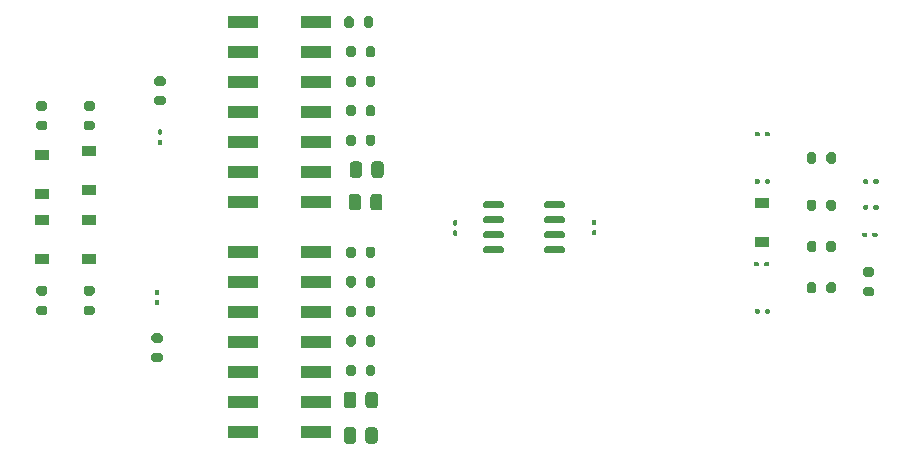
<source format=gbr>
%TF.GenerationSoftware,KiCad,Pcbnew,5.1.10*%
%TF.CreationDate,2021-08-04T12:07:05+02:00*%
%TF.ProjectId,smd-balanced-test,736d642d-6261-46c6-916e-6365642d7465,rev?*%
%TF.SameCoordinates,Original*%
%TF.FileFunction,Paste,Top*%
%TF.FilePolarity,Positive*%
%FSLAX46Y46*%
G04 Gerber Fmt 4.6, Leading zero omitted, Abs format (unit mm)*
G04 Created by KiCad (PCBNEW 5.1.10) date 2021-08-04 12:07:05*
%MOMM*%
%LPD*%
G01*
G04 APERTURE LIST*
%ADD10R,1.200000X0.900000*%
%ADD11R,2.500000X1.140000*%
G04 APERTURE END LIST*
%TO.C,C1*%
G36*
G01*
X107338500Y-52590000D02*
X107338500Y-52410000D01*
G75*
G02*
X107428500Y-52320000I90000J0D01*
G01*
X107706500Y-52320000D01*
G75*
G02*
X107796500Y-52410000I0J-90000D01*
G01*
X107796500Y-52590000D01*
G75*
G02*
X107706500Y-52680000I-90000J0D01*
G01*
X107428500Y-52680000D01*
G75*
G02*
X107338500Y-52590000I0J90000D01*
G01*
G37*
G36*
G01*
X108203500Y-52590000D02*
X108203500Y-52410000D01*
G75*
G02*
X108293500Y-52320000I90000J0D01*
G01*
X108571500Y-52320000D01*
G75*
G02*
X108661500Y-52410000I0J-90000D01*
G01*
X108661500Y-52590000D01*
G75*
G02*
X108571500Y-52680000I-90000J0D01*
G01*
X108293500Y-52680000D01*
G75*
G02*
X108203500Y-52590000I0J90000D01*
G01*
G37*
%TD*%
%TO.C,C2*%
G36*
G01*
X117388500Y-58785000D02*
X117388500Y-58605000D01*
G75*
G02*
X117478500Y-58515000I90000J0D01*
G01*
X117756500Y-58515000D01*
G75*
G02*
X117846500Y-58605000I0J-90000D01*
G01*
X117846500Y-58785000D01*
G75*
G02*
X117756500Y-58875000I-90000J0D01*
G01*
X117478500Y-58875000D01*
G75*
G02*
X117388500Y-58785000I0J90000D01*
G01*
G37*
G36*
G01*
X116523500Y-58785000D02*
X116523500Y-58605000D01*
G75*
G02*
X116613500Y-58515000I90000J0D01*
G01*
X116891500Y-58515000D01*
G75*
G02*
X116981500Y-58605000I0J-90000D01*
G01*
X116981500Y-58785000D01*
G75*
G02*
X116891500Y-58875000I-90000J0D01*
G01*
X116613500Y-58875000D01*
G75*
G02*
X116523500Y-58785000I0J90000D01*
G01*
G37*
%TD*%
%TO.C,C3*%
G36*
G01*
X117295500Y-61090000D02*
X117295500Y-60910000D01*
G75*
G02*
X117385500Y-60820000I90000J0D01*
G01*
X117663500Y-60820000D01*
G75*
G02*
X117753500Y-60910000I0J-90000D01*
G01*
X117753500Y-61090000D01*
G75*
G02*
X117663500Y-61180000I-90000J0D01*
G01*
X117385500Y-61180000D01*
G75*
G02*
X117295500Y-61090000I0J90000D01*
G01*
G37*
G36*
G01*
X116430500Y-61090000D02*
X116430500Y-60910000D01*
G75*
G02*
X116520500Y-60820000I90000J0D01*
G01*
X116798500Y-60820000D01*
G75*
G02*
X116888500Y-60910000I0J-90000D01*
G01*
X116888500Y-61090000D01*
G75*
G02*
X116798500Y-61180000I-90000J0D01*
G01*
X116520500Y-61180000D01*
G75*
G02*
X116430500Y-61090000I0J90000D01*
G01*
G37*
%TD*%
%TO.C,C4*%
G36*
G01*
X108203500Y-56590000D02*
X108203500Y-56410000D01*
G75*
G02*
X108293500Y-56320000I90000J0D01*
G01*
X108571500Y-56320000D01*
G75*
G02*
X108661500Y-56410000I0J-90000D01*
G01*
X108661500Y-56590000D01*
G75*
G02*
X108571500Y-56680000I-90000J0D01*
G01*
X108293500Y-56680000D01*
G75*
G02*
X108203500Y-56590000I0J90000D01*
G01*
G37*
G36*
G01*
X107338500Y-56590000D02*
X107338500Y-56410000D01*
G75*
G02*
X107428500Y-56320000I90000J0D01*
G01*
X107706500Y-56320000D01*
G75*
G02*
X107796500Y-56410000I0J-90000D01*
G01*
X107796500Y-56590000D01*
G75*
G02*
X107706500Y-56680000I-90000J0D01*
G01*
X107428500Y-56680000D01*
G75*
G02*
X107338500Y-56590000I0J90000D01*
G01*
G37*
%TD*%
%TO.C,C5*%
G36*
G01*
X107270500Y-63590000D02*
X107270500Y-63410000D01*
G75*
G02*
X107360500Y-63320000I90000J0D01*
G01*
X107638500Y-63320000D01*
G75*
G02*
X107728500Y-63410000I0J-90000D01*
G01*
X107728500Y-63590000D01*
G75*
G02*
X107638500Y-63680000I-90000J0D01*
G01*
X107360500Y-63680000D01*
G75*
G02*
X107270500Y-63590000I0J90000D01*
G01*
G37*
G36*
G01*
X108135500Y-63590000D02*
X108135500Y-63410000D01*
G75*
G02*
X108225500Y-63320000I90000J0D01*
G01*
X108503500Y-63320000D01*
G75*
G02*
X108593500Y-63410000I0J-90000D01*
G01*
X108593500Y-63590000D01*
G75*
G02*
X108503500Y-63680000I-90000J0D01*
G01*
X108225500Y-63680000D01*
G75*
G02*
X108135500Y-63590000I0J90000D01*
G01*
G37*
%TD*%
%TO.C,C6*%
G36*
G01*
X57090000Y-53411500D02*
X56910000Y-53411500D01*
G75*
G02*
X56820000Y-53321500I0J90000D01*
G01*
X56820000Y-53043500D01*
G75*
G02*
X56910000Y-52953500I90000J0D01*
G01*
X57090000Y-52953500D01*
G75*
G02*
X57180000Y-53043500I0J-90000D01*
G01*
X57180000Y-53321500D01*
G75*
G02*
X57090000Y-53411500I-90000J0D01*
G01*
G37*
G36*
G01*
X57090000Y-52546500D02*
X56910000Y-52546500D01*
G75*
G02*
X56820000Y-52456500I0J90000D01*
G01*
X56820000Y-52178500D01*
G75*
G02*
X56910000Y-52088500I90000J0D01*
G01*
X57090000Y-52088500D01*
G75*
G02*
X57180000Y-52178500I0J-90000D01*
G01*
X57180000Y-52456500D01*
G75*
G02*
X57090000Y-52546500I-90000J0D01*
G01*
G37*
%TD*%
%TO.C,C7*%
G36*
G01*
X108203500Y-67590000D02*
X108203500Y-67410000D01*
G75*
G02*
X108293500Y-67320000I90000J0D01*
G01*
X108571500Y-67320000D01*
G75*
G02*
X108661500Y-67410000I0J-90000D01*
G01*
X108661500Y-67590000D01*
G75*
G02*
X108571500Y-67680000I-90000J0D01*
G01*
X108293500Y-67680000D01*
G75*
G02*
X108203500Y-67590000I0J90000D01*
G01*
G37*
G36*
G01*
X107338500Y-67590000D02*
X107338500Y-67410000D01*
G75*
G02*
X107428500Y-67320000I90000J0D01*
G01*
X107706500Y-67320000D01*
G75*
G02*
X107796500Y-67410000I0J-90000D01*
G01*
X107796500Y-67590000D01*
G75*
G02*
X107706500Y-67680000I-90000J0D01*
G01*
X107428500Y-67680000D01*
G75*
G02*
X107338500Y-67590000I0J90000D01*
G01*
G37*
%TD*%
%TO.C,C8*%
G36*
G01*
X56660000Y-65656000D02*
X56840000Y-65656000D01*
G75*
G02*
X56930000Y-65746000I0J-90000D01*
G01*
X56930000Y-66024000D01*
G75*
G02*
X56840000Y-66114000I-90000J0D01*
G01*
X56660000Y-66114000D01*
G75*
G02*
X56570000Y-66024000I0J90000D01*
G01*
X56570000Y-65746000D01*
G75*
G02*
X56660000Y-65656000I90000J0D01*
G01*
G37*
G36*
G01*
X56660000Y-66521000D02*
X56840000Y-66521000D01*
G75*
G02*
X56930000Y-66611000I0J-90000D01*
G01*
X56930000Y-66889000D01*
G75*
G02*
X56840000Y-66979000I-90000J0D01*
G01*
X56660000Y-66979000D01*
G75*
G02*
X56570000Y-66889000I0J90000D01*
G01*
X56570000Y-66611000D01*
G75*
G02*
X56660000Y-66521000I90000J0D01*
G01*
G37*
%TD*%
%TO.C,C9*%
G36*
G01*
X117846500Y-56410000D02*
X117846500Y-56590000D01*
G75*
G02*
X117756500Y-56680000I-90000J0D01*
G01*
X117478500Y-56680000D01*
G75*
G02*
X117388500Y-56590000I0J90000D01*
G01*
X117388500Y-56410000D01*
G75*
G02*
X117478500Y-56320000I90000J0D01*
G01*
X117756500Y-56320000D01*
G75*
G02*
X117846500Y-56410000I0J-90000D01*
G01*
G37*
G36*
G01*
X116981500Y-56410000D02*
X116981500Y-56590000D01*
G75*
G02*
X116891500Y-56680000I-90000J0D01*
G01*
X116613500Y-56680000D01*
G75*
G02*
X116523500Y-56590000I0J90000D01*
G01*
X116523500Y-56410000D01*
G75*
G02*
X116613500Y-56320000I90000J0D01*
G01*
X116891500Y-56320000D01*
G75*
G02*
X116981500Y-56410000I0J-90000D01*
G01*
G37*
%TD*%
D10*
%TO.C,D1*%
X108000000Y-61650000D03*
X108000000Y-58350000D03*
%TD*%
%TO.C,D2*%
X51000000Y-57250000D03*
X51000000Y-53950000D03*
%TD*%
%TO.C,D3*%
X51000000Y-59750000D03*
X51000000Y-63050000D03*
%TD*%
%TO.C,D4*%
X47000000Y-54250000D03*
X47000000Y-57550000D03*
%TD*%
%TO.C,D5*%
X47000000Y-63050000D03*
X47000000Y-59750000D03*
%TD*%
%TO.C,R1*%
G36*
G01*
X111775000Y-54775000D02*
X111775000Y-54225000D01*
G75*
G02*
X111975000Y-54025000I200000J0D01*
G01*
X112375000Y-54025000D01*
G75*
G02*
X112575000Y-54225000I0J-200000D01*
G01*
X112575000Y-54775000D01*
G75*
G02*
X112375000Y-54975000I-200000J0D01*
G01*
X111975000Y-54975000D01*
G75*
G02*
X111775000Y-54775000I0J200000D01*
G01*
G37*
G36*
G01*
X113425000Y-54775000D02*
X113425000Y-54225000D01*
G75*
G02*
X113625000Y-54025000I200000J0D01*
G01*
X114025000Y-54025000D01*
G75*
G02*
X114225000Y-54225000I0J-200000D01*
G01*
X114225000Y-54775000D01*
G75*
G02*
X114025000Y-54975000I-200000J0D01*
G01*
X113625000Y-54975000D01*
G75*
G02*
X113425000Y-54775000I0J200000D01*
G01*
G37*
%TD*%
%TO.C,R2*%
G36*
G01*
X75050000Y-42725000D02*
X75050000Y-43275000D01*
G75*
G02*
X74850000Y-43475000I-200000J0D01*
G01*
X74450000Y-43475000D01*
G75*
G02*
X74250000Y-43275000I0J200000D01*
G01*
X74250000Y-42725000D01*
G75*
G02*
X74450000Y-42525000I200000J0D01*
G01*
X74850000Y-42525000D01*
G75*
G02*
X75050000Y-42725000I0J-200000D01*
G01*
G37*
G36*
G01*
X73400000Y-42725000D02*
X73400000Y-43275000D01*
G75*
G02*
X73200000Y-43475000I-200000J0D01*
G01*
X72800000Y-43475000D01*
G75*
G02*
X72600000Y-43275000I0J200000D01*
G01*
X72600000Y-42725000D01*
G75*
G02*
X72800000Y-42525000I200000J0D01*
G01*
X73200000Y-42525000D01*
G75*
G02*
X73400000Y-42725000I0J-200000D01*
G01*
G37*
%TD*%
%TO.C,R3*%
G36*
G01*
X111775000Y-62275000D02*
X111775000Y-61725000D01*
G75*
G02*
X111975000Y-61525000I200000J0D01*
G01*
X112375000Y-61525000D01*
G75*
G02*
X112575000Y-61725000I0J-200000D01*
G01*
X112575000Y-62275000D01*
G75*
G02*
X112375000Y-62475000I-200000J0D01*
G01*
X111975000Y-62475000D01*
G75*
G02*
X111775000Y-62275000I0J200000D01*
G01*
G37*
G36*
G01*
X113425000Y-62275000D02*
X113425000Y-61725000D01*
G75*
G02*
X113625000Y-61525000I200000J0D01*
G01*
X114025000Y-61525000D01*
G75*
G02*
X114225000Y-61725000I0J-200000D01*
G01*
X114225000Y-62275000D01*
G75*
G02*
X114025000Y-62475000I-200000J0D01*
G01*
X113625000Y-62475000D01*
G75*
G02*
X113425000Y-62275000I0J200000D01*
G01*
G37*
%TD*%
%TO.C,R4*%
G36*
G01*
X117275000Y-64575000D02*
X116725000Y-64575000D01*
G75*
G02*
X116525000Y-64375000I0J200000D01*
G01*
X116525000Y-63975000D01*
G75*
G02*
X116725000Y-63775000I200000J0D01*
G01*
X117275000Y-63775000D01*
G75*
G02*
X117475000Y-63975000I0J-200000D01*
G01*
X117475000Y-64375000D01*
G75*
G02*
X117275000Y-64575000I-200000J0D01*
G01*
G37*
G36*
G01*
X117275000Y-66225000D02*
X116725000Y-66225000D01*
G75*
G02*
X116525000Y-66025000I0J200000D01*
G01*
X116525000Y-65625000D01*
G75*
G02*
X116725000Y-65425000I200000J0D01*
G01*
X117275000Y-65425000D01*
G75*
G02*
X117475000Y-65625000I0J-200000D01*
G01*
X117475000Y-66025000D01*
G75*
G02*
X117275000Y-66225000I-200000J0D01*
G01*
G37*
%TD*%
%TO.C,R5*%
G36*
G01*
X113425000Y-58775000D02*
X113425000Y-58225000D01*
G75*
G02*
X113625000Y-58025000I200000J0D01*
G01*
X114025000Y-58025000D01*
G75*
G02*
X114225000Y-58225000I0J-200000D01*
G01*
X114225000Y-58775000D01*
G75*
G02*
X114025000Y-58975000I-200000J0D01*
G01*
X113625000Y-58975000D01*
G75*
G02*
X113425000Y-58775000I0J200000D01*
G01*
G37*
G36*
G01*
X111775000Y-58775000D02*
X111775000Y-58225000D01*
G75*
G02*
X111975000Y-58025000I200000J0D01*
G01*
X112375000Y-58025000D01*
G75*
G02*
X112575000Y-58225000I0J-200000D01*
G01*
X112575000Y-58775000D01*
G75*
G02*
X112375000Y-58975000I-200000J0D01*
G01*
X111975000Y-58975000D01*
G75*
G02*
X111775000Y-58775000I0J200000D01*
G01*
G37*
%TD*%
%TO.C,R6*%
G36*
G01*
X51275000Y-50500000D02*
X50725000Y-50500000D01*
G75*
G02*
X50525000Y-50300000I0J200000D01*
G01*
X50525000Y-49900000D01*
G75*
G02*
X50725000Y-49700000I200000J0D01*
G01*
X51275000Y-49700000D01*
G75*
G02*
X51475000Y-49900000I0J-200000D01*
G01*
X51475000Y-50300000D01*
G75*
G02*
X51275000Y-50500000I-200000J0D01*
G01*
G37*
G36*
G01*
X51275000Y-52150000D02*
X50725000Y-52150000D01*
G75*
G02*
X50525000Y-51950000I0J200000D01*
G01*
X50525000Y-51550000D01*
G75*
G02*
X50725000Y-51350000I200000J0D01*
G01*
X51275000Y-51350000D01*
G75*
G02*
X51475000Y-51550000I0J-200000D01*
G01*
X51475000Y-51950000D01*
G75*
G02*
X51275000Y-52150000I-200000J0D01*
G01*
G37*
%TD*%
%TO.C,R8*%
G36*
G01*
X113425000Y-65775000D02*
X113425000Y-65225000D01*
G75*
G02*
X113625000Y-65025000I200000J0D01*
G01*
X114025000Y-65025000D01*
G75*
G02*
X114225000Y-65225000I0J-200000D01*
G01*
X114225000Y-65775000D01*
G75*
G02*
X114025000Y-65975000I-200000J0D01*
G01*
X113625000Y-65975000D01*
G75*
G02*
X113425000Y-65775000I0J200000D01*
G01*
G37*
G36*
G01*
X111775000Y-65775000D02*
X111775000Y-65225000D01*
G75*
G02*
X111975000Y-65025000I200000J0D01*
G01*
X112375000Y-65025000D01*
G75*
G02*
X112575000Y-65225000I0J-200000D01*
G01*
X112575000Y-65775000D01*
G75*
G02*
X112375000Y-65975000I-200000J0D01*
G01*
X111975000Y-65975000D01*
G75*
G02*
X111775000Y-65775000I0J200000D01*
G01*
G37*
%TD*%
%TO.C,R9*%
G36*
G01*
X57275000Y-48400000D02*
X56725000Y-48400000D01*
G75*
G02*
X56525000Y-48200000I0J200000D01*
G01*
X56525000Y-47800000D01*
G75*
G02*
X56725000Y-47600000I200000J0D01*
G01*
X57275000Y-47600000D01*
G75*
G02*
X57475000Y-47800000I0J-200000D01*
G01*
X57475000Y-48200000D01*
G75*
G02*
X57275000Y-48400000I-200000J0D01*
G01*
G37*
G36*
G01*
X57275000Y-50050000D02*
X56725000Y-50050000D01*
G75*
G02*
X56525000Y-49850000I0J200000D01*
G01*
X56525000Y-49450000D01*
G75*
G02*
X56725000Y-49250000I200000J0D01*
G01*
X57275000Y-49250000D01*
G75*
G02*
X57475000Y-49450000I0J-200000D01*
G01*
X57475000Y-49850000D01*
G75*
G02*
X57275000Y-50050000I-200000J0D01*
G01*
G37*
%TD*%
%TO.C,R10*%
G36*
G01*
X51275000Y-67800000D02*
X50725000Y-67800000D01*
G75*
G02*
X50525000Y-67600000I0J200000D01*
G01*
X50525000Y-67200000D01*
G75*
G02*
X50725000Y-67000000I200000J0D01*
G01*
X51275000Y-67000000D01*
G75*
G02*
X51475000Y-67200000I0J-200000D01*
G01*
X51475000Y-67600000D01*
G75*
G02*
X51275000Y-67800000I-200000J0D01*
G01*
G37*
G36*
G01*
X51275000Y-66150000D02*
X50725000Y-66150000D01*
G75*
G02*
X50525000Y-65950000I0J200000D01*
G01*
X50525000Y-65550000D01*
G75*
G02*
X50725000Y-65350000I200000J0D01*
G01*
X51275000Y-65350000D01*
G75*
G02*
X51475000Y-65550000I0J-200000D01*
G01*
X51475000Y-65950000D01*
G75*
G02*
X51275000Y-66150000I-200000J0D01*
G01*
G37*
%TD*%
%TO.C,R11*%
G36*
G01*
X46725000Y-49700000D02*
X47275000Y-49700000D01*
G75*
G02*
X47475000Y-49900000I0J-200000D01*
G01*
X47475000Y-50300000D01*
G75*
G02*
X47275000Y-50500000I-200000J0D01*
G01*
X46725000Y-50500000D01*
G75*
G02*
X46525000Y-50300000I0J200000D01*
G01*
X46525000Y-49900000D01*
G75*
G02*
X46725000Y-49700000I200000J0D01*
G01*
G37*
G36*
G01*
X46725000Y-51350000D02*
X47275000Y-51350000D01*
G75*
G02*
X47475000Y-51550000I0J-200000D01*
G01*
X47475000Y-51950000D01*
G75*
G02*
X47275000Y-52150000I-200000J0D01*
G01*
X46725000Y-52150000D01*
G75*
G02*
X46525000Y-51950000I0J200000D01*
G01*
X46525000Y-51550000D01*
G75*
G02*
X46725000Y-51350000I200000J0D01*
G01*
G37*
%TD*%
%TO.C,R12*%
G36*
G01*
X57025000Y-71800000D02*
X56475000Y-71800000D01*
G75*
G02*
X56275000Y-71600000I0J200000D01*
G01*
X56275000Y-71200000D01*
G75*
G02*
X56475000Y-71000000I200000J0D01*
G01*
X57025000Y-71000000D01*
G75*
G02*
X57225000Y-71200000I0J-200000D01*
G01*
X57225000Y-71600000D01*
G75*
G02*
X57025000Y-71800000I-200000J0D01*
G01*
G37*
G36*
G01*
X57025000Y-70150000D02*
X56475000Y-70150000D01*
G75*
G02*
X56275000Y-69950000I0J200000D01*
G01*
X56275000Y-69550000D01*
G75*
G02*
X56475000Y-69350000I200000J0D01*
G01*
X57025000Y-69350000D01*
G75*
G02*
X57225000Y-69550000I0J-200000D01*
G01*
X57225000Y-69950000D01*
G75*
G02*
X57025000Y-70150000I-200000J0D01*
G01*
G37*
%TD*%
%TO.C,R13*%
G36*
G01*
X73575000Y-45225000D02*
X73575000Y-45775000D01*
G75*
G02*
X73375000Y-45975000I-200000J0D01*
G01*
X72975000Y-45975000D01*
G75*
G02*
X72775000Y-45775000I0J200000D01*
G01*
X72775000Y-45225000D01*
G75*
G02*
X72975000Y-45025000I200000J0D01*
G01*
X73375000Y-45025000D01*
G75*
G02*
X73575000Y-45225000I0J-200000D01*
G01*
G37*
G36*
G01*
X75225000Y-45225000D02*
X75225000Y-45775000D01*
G75*
G02*
X75025000Y-45975000I-200000J0D01*
G01*
X74625000Y-45975000D01*
G75*
G02*
X74425000Y-45775000I0J200000D01*
G01*
X74425000Y-45225000D01*
G75*
G02*
X74625000Y-45025000I200000J0D01*
G01*
X75025000Y-45025000D01*
G75*
G02*
X75225000Y-45225000I0J-200000D01*
G01*
G37*
%TD*%
%TO.C,R14*%
G36*
G01*
X75225000Y-47725000D02*
X75225000Y-48275000D01*
G75*
G02*
X75025000Y-48475000I-200000J0D01*
G01*
X74625000Y-48475000D01*
G75*
G02*
X74425000Y-48275000I0J200000D01*
G01*
X74425000Y-47725000D01*
G75*
G02*
X74625000Y-47525000I200000J0D01*
G01*
X75025000Y-47525000D01*
G75*
G02*
X75225000Y-47725000I0J-200000D01*
G01*
G37*
G36*
G01*
X73575000Y-47725000D02*
X73575000Y-48275000D01*
G75*
G02*
X73375000Y-48475000I-200000J0D01*
G01*
X72975000Y-48475000D01*
G75*
G02*
X72775000Y-48275000I0J200000D01*
G01*
X72775000Y-47725000D01*
G75*
G02*
X72975000Y-47525000I200000J0D01*
G01*
X73375000Y-47525000D01*
G75*
G02*
X73575000Y-47725000I0J-200000D01*
G01*
G37*
%TD*%
%TO.C,R15*%
G36*
G01*
X73575000Y-50225000D02*
X73575000Y-50775000D01*
G75*
G02*
X73375000Y-50975000I-200000J0D01*
G01*
X72975000Y-50975000D01*
G75*
G02*
X72775000Y-50775000I0J200000D01*
G01*
X72775000Y-50225000D01*
G75*
G02*
X72975000Y-50025000I200000J0D01*
G01*
X73375000Y-50025000D01*
G75*
G02*
X73575000Y-50225000I0J-200000D01*
G01*
G37*
G36*
G01*
X75225000Y-50225000D02*
X75225000Y-50775000D01*
G75*
G02*
X75025000Y-50975000I-200000J0D01*
G01*
X74625000Y-50975000D01*
G75*
G02*
X74425000Y-50775000I0J200000D01*
G01*
X74425000Y-50225000D01*
G75*
G02*
X74625000Y-50025000I200000J0D01*
G01*
X75025000Y-50025000D01*
G75*
G02*
X75225000Y-50225000I0J-200000D01*
G01*
G37*
%TD*%
%TO.C,R16*%
G36*
G01*
X73575000Y-52725000D02*
X73575000Y-53275000D01*
G75*
G02*
X73375000Y-53475000I-200000J0D01*
G01*
X72975000Y-53475000D01*
G75*
G02*
X72775000Y-53275000I0J200000D01*
G01*
X72775000Y-52725000D01*
G75*
G02*
X72975000Y-52525000I200000J0D01*
G01*
X73375000Y-52525000D01*
G75*
G02*
X73575000Y-52725000I0J-200000D01*
G01*
G37*
G36*
G01*
X75225000Y-52725000D02*
X75225000Y-53275000D01*
G75*
G02*
X75025000Y-53475000I-200000J0D01*
G01*
X74625000Y-53475000D01*
G75*
G02*
X74425000Y-53275000I0J200000D01*
G01*
X74425000Y-52725000D01*
G75*
G02*
X74625000Y-52525000I200000J0D01*
G01*
X75025000Y-52525000D01*
G75*
G02*
X75225000Y-52725000I0J-200000D01*
G01*
G37*
%TD*%
%TO.C,R17*%
G36*
G01*
X75925000Y-55049998D02*
X75925000Y-55950002D01*
G75*
G02*
X75675002Y-56200000I-249998J0D01*
G01*
X75149998Y-56200000D01*
G75*
G02*
X74900000Y-55950002I0J249998D01*
G01*
X74900000Y-55049998D01*
G75*
G02*
X75149998Y-54800000I249998J0D01*
G01*
X75675002Y-54800000D01*
G75*
G02*
X75925000Y-55049998I0J-249998D01*
G01*
G37*
G36*
G01*
X74100000Y-55049998D02*
X74100000Y-55950002D01*
G75*
G02*
X73850002Y-56200000I-249998J0D01*
G01*
X73324998Y-56200000D01*
G75*
G02*
X73075000Y-55950002I0J249998D01*
G01*
X73075000Y-55049998D01*
G75*
G02*
X73324998Y-54800000I249998J0D01*
G01*
X73850002Y-54800000D01*
G75*
G02*
X74100000Y-55049998I0J-249998D01*
G01*
G37*
%TD*%
%TO.C,R18*%
G36*
G01*
X74012500Y-57799998D02*
X74012500Y-58700002D01*
G75*
G02*
X73762502Y-58950000I-249998J0D01*
G01*
X73237498Y-58950000D01*
G75*
G02*
X72987500Y-58700002I0J249998D01*
G01*
X72987500Y-57799998D01*
G75*
G02*
X73237498Y-57550000I249998J0D01*
G01*
X73762502Y-57550000D01*
G75*
G02*
X74012500Y-57799998I0J-249998D01*
G01*
G37*
G36*
G01*
X75837500Y-57799998D02*
X75837500Y-58700002D01*
G75*
G02*
X75587502Y-58950000I-249998J0D01*
G01*
X75062498Y-58950000D01*
G75*
G02*
X74812500Y-58700002I0J249998D01*
G01*
X74812500Y-57799998D01*
G75*
G02*
X75062498Y-57550000I249998J0D01*
G01*
X75587502Y-57550000D01*
G75*
G02*
X75837500Y-57799998I0J-249998D01*
G01*
G37*
%TD*%
%TO.C,R19*%
G36*
G01*
X75225000Y-62225000D02*
X75225000Y-62775000D01*
G75*
G02*
X75025000Y-62975000I-200000J0D01*
G01*
X74625000Y-62975000D01*
G75*
G02*
X74425000Y-62775000I0J200000D01*
G01*
X74425000Y-62225000D01*
G75*
G02*
X74625000Y-62025000I200000J0D01*
G01*
X75025000Y-62025000D01*
G75*
G02*
X75225000Y-62225000I0J-200000D01*
G01*
G37*
G36*
G01*
X73575000Y-62225000D02*
X73575000Y-62775000D01*
G75*
G02*
X73375000Y-62975000I-200000J0D01*
G01*
X72975000Y-62975000D01*
G75*
G02*
X72775000Y-62775000I0J200000D01*
G01*
X72775000Y-62225000D01*
G75*
G02*
X72975000Y-62025000I200000J0D01*
G01*
X73375000Y-62025000D01*
G75*
G02*
X73575000Y-62225000I0J-200000D01*
G01*
G37*
%TD*%
%TO.C,R20*%
G36*
G01*
X75225000Y-64725000D02*
X75225000Y-65275000D01*
G75*
G02*
X75025000Y-65475000I-200000J0D01*
G01*
X74625000Y-65475000D01*
G75*
G02*
X74425000Y-65275000I0J200000D01*
G01*
X74425000Y-64725000D01*
G75*
G02*
X74625000Y-64525000I200000J0D01*
G01*
X75025000Y-64525000D01*
G75*
G02*
X75225000Y-64725000I0J-200000D01*
G01*
G37*
G36*
G01*
X73575000Y-64725000D02*
X73575000Y-65275000D01*
G75*
G02*
X73375000Y-65475000I-200000J0D01*
G01*
X72975000Y-65475000D01*
G75*
G02*
X72775000Y-65275000I0J200000D01*
G01*
X72775000Y-64725000D01*
G75*
G02*
X72975000Y-64525000I200000J0D01*
G01*
X73375000Y-64525000D01*
G75*
G02*
X73575000Y-64725000I0J-200000D01*
G01*
G37*
%TD*%
%TO.C,R21*%
G36*
G01*
X73575000Y-67225000D02*
X73575000Y-67775000D01*
G75*
G02*
X73375000Y-67975000I-200000J0D01*
G01*
X72975000Y-67975000D01*
G75*
G02*
X72775000Y-67775000I0J200000D01*
G01*
X72775000Y-67225000D01*
G75*
G02*
X72975000Y-67025000I200000J0D01*
G01*
X73375000Y-67025000D01*
G75*
G02*
X73575000Y-67225000I0J-200000D01*
G01*
G37*
G36*
G01*
X75225000Y-67225000D02*
X75225000Y-67775000D01*
G75*
G02*
X75025000Y-67975000I-200000J0D01*
G01*
X74625000Y-67975000D01*
G75*
G02*
X74425000Y-67775000I0J200000D01*
G01*
X74425000Y-67225000D01*
G75*
G02*
X74625000Y-67025000I200000J0D01*
G01*
X75025000Y-67025000D01*
G75*
G02*
X75225000Y-67225000I0J-200000D01*
G01*
G37*
%TD*%
%TO.C,R22*%
G36*
G01*
X75225000Y-69725000D02*
X75225000Y-70275000D01*
G75*
G02*
X75025000Y-70475000I-200000J0D01*
G01*
X74625000Y-70475000D01*
G75*
G02*
X74425000Y-70275000I0J200000D01*
G01*
X74425000Y-69725000D01*
G75*
G02*
X74625000Y-69525000I200000J0D01*
G01*
X75025000Y-69525000D01*
G75*
G02*
X75225000Y-69725000I0J-200000D01*
G01*
G37*
G36*
G01*
X73575000Y-69725000D02*
X73575000Y-70275000D01*
G75*
G02*
X73375000Y-70475000I-200000J0D01*
G01*
X72975000Y-70475000D01*
G75*
G02*
X72775000Y-70275000I0J200000D01*
G01*
X72775000Y-69725000D01*
G75*
G02*
X72975000Y-69525000I200000J0D01*
G01*
X73375000Y-69525000D01*
G75*
G02*
X73575000Y-69725000I0J-200000D01*
G01*
G37*
%TD*%
%TO.C,R23*%
G36*
G01*
X73575000Y-72225000D02*
X73575000Y-72775000D01*
G75*
G02*
X73375000Y-72975000I-200000J0D01*
G01*
X72975000Y-72975000D01*
G75*
G02*
X72775000Y-72775000I0J200000D01*
G01*
X72775000Y-72225000D01*
G75*
G02*
X72975000Y-72025000I200000J0D01*
G01*
X73375000Y-72025000D01*
G75*
G02*
X73575000Y-72225000I0J-200000D01*
G01*
G37*
G36*
G01*
X75225000Y-72225000D02*
X75225000Y-72775000D01*
G75*
G02*
X75025000Y-72975000I-200000J0D01*
G01*
X74625000Y-72975000D01*
G75*
G02*
X74425000Y-72775000I0J200000D01*
G01*
X74425000Y-72225000D01*
G75*
G02*
X74625000Y-72025000I200000J0D01*
G01*
X75025000Y-72025000D01*
G75*
G02*
X75225000Y-72225000I0J-200000D01*
G01*
G37*
%TD*%
%TO.C,R24*%
G36*
G01*
X73600000Y-74549998D02*
X73600000Y-75450002D01*
G75*
G02*
X73350002Y-75700000I-249998J0D01*
G01*
X72824998Y-75700000D01*
G75*
G02*
X72575000Y-75450002I0J249998D01*
G01*
X72575000Y-74549998D01*
G75*
G02*
X72824998Y-74300000I249998J0D01*
G01*
X73350002Y-74300000D01*
G75*
G02*
X73600000Y-74549998I0J-249998D01*
G01*
G37*
G36*
G01*
X75425000Y-74549998D02*
X75425000Y-75450002D01*
G75*
G02*
X75175002Y-75700000I-249998J0D01*
G01*
X74649998Y-75700000D01*
G75*
G02*
X74400000Y-75450002I0J249998D01*
G01*
X74400000Y-74549998D01*
G75*
G02*
X74649998Y-74300000I249998J0D01*
G01*
X75175002Y-74300000D01*
G75*
G02*
X75425000Y-74549998I0J-249998D01*
G01*
G37*
%TD*%
%TO.C,R25*%
G36*
G01*
X75425000Y-77549998D02*
X75425000Y-78450002D01*
G75*
G02*
X75175002Y-78700000I-249998J0D01*
G01*
X74649998Y-78700000D01*
G75*
G02*
X74400000Y-78450002I0J249998D01*
G01*
X74400000Y-77549998D01*
G75*
G02*
X74649998Y-77300000I249998J0D01*
G01*
X75175002Y-77300000D01*
G75*
G02*
X75425000Y-77549998I0J-249998D01*
G01*
G37*
G36*
G01*
X73600000Y-77549998D02*
X73600000Y-78450002D01*
G75*
G02*
X73350002Y-78700000I-249998J0D01*
G01*
X72824998Y-78700000D01*
G75*
G02*
X72575000Y-78450002I0J249998D01*
G01*
X72575000Y-77549998D01*
G75*
G02*
X72824998Y-77300000I249998J0D01*
G01*
X73350002Y-77300000D01*
G75*
G02*
X73600000Y-77549998I0J-249998D01*
G01*
G37*
%TD*%
D11*
%TO.C,SW1*%
X70170000Y-43000000D03*
X64000000Y-43000000D03*
X70170000Y-45540000D03*
X64000000Y-45540000D03*
X70170000Y-48080000D03*
X64000000Y-48080000D03*
X70170000Y-50620000D03*
X64000000Y-50620000D03*
X70170000Y-53160000D03*
X64000000Y-53160000D03*
X70170000Y-55700000D03*
X64000000Y-55700000D03*
X70170000Y-58240000D03*
X64000000Y-58240000D03*
%TD*%
%TO.C,SW2*%
X64000000Y-77740000D03*
X70170000Y-77740000D03*
X64000000Y-75200000D03*
X70170000Y-75200000D03*
X64000000Y-72660000D03*
X70170000Y-72660000D03*
X64000000Y-70120000D03*
X70170000Y-70120000D03*
X64000000Y-67580000D03*
X70170000Y-67580000D03*
X64000000Y-65040000D03*
X70170000Y-65040000D03*
X64000000Y-62500000D03*
X70170000Y-62500000D03*
%TD*%
%TO.C,R7*%
G36*
G01*
X46725000Y-65350000D02*
X47275000Y-65350000D01*
G75*
G02*
X47475000Y-65550000I0J-200000D01*
G01*
X47475000Y-65950000D01*
G75*
G02*
X47275000Y-66150000I-200000J0D01*
G01*
X46725000Y-66150000D01*
G75*
G02*
X46525000Y-65950000I0J200000D01*
G01*
X46525000Y-65550000D01*
G75*
G02*
X46725000Y-65350000I200000J0D01*
G01*
G37*
G36*
G01*
X46725000Y-67000000D02*
X47275000Y-67000000D01*
G75*
G02*
X47475000Y-67200000I0J-200000D01*
G01*
X47475000Y-67600000D01*
G75*
G02*
X47275000Y-67800000I-200000J0D01*
G01*
X46725000Y-67800000D01*
G75*
G02*
X46525000Y-67600000I0J200000D01*
G01*
X46525000Y-67200000D01*
G75*
G02*
X46725000Y-67000000I200000J0D01*
G01*
G37*
%TD*%
%TO.C,C10*%
G36*
G01*
X82090000Y-61094000D02*
X81910000Y-61094000D01*
G75*
G02*
X81820000Y-61004000I0J90000D01*
G01*
X81820000Y-60726000D01*
G75*
G02*
X81910000Y-60636000I90000J0D01*
G01*
X82090000Y-60636000D01*
G75*
G02*
X82180000Y-60726000I0J-90000D01*
G01*
X82180000Y-61004000D01*
G75*
G02*
X82090000Y-61094000I-90000J0D01*
G01*
G37*
G36*
G01*
X82090000Y-60229000D02*
X81910000Y-60229000D01*
G75*
G02*
X81820000Y-60139000I0J90000D01*
G01*
X81820000Y-59861000D01*
G75*
G02*
X81910000Y-59771000I90000J0D01*
G01*
X82090000Y-59771000D01*
G75*
G02*
X82180000Y-59861000I0J-90000D01*
G01*
X82180000Y-60139000D01*
G75*
G02*
X82090000Y-60229000I-90000J0D01*
G01*
G37*
%TD*%
%TO.C,C11*%
G36*
G01*
X93840000Y-60204000D02*
X93660000Y-60204000D01*
G75*
G02*
X93570000Y-60114000I0J90000D01*
G01*
X93570000Y-59836000D01*
G75*
G02*
X93660000Y-59746000I90000J0D01*
G01*
X93840000Y-59746000D01*
G75*
G02*
X93930000Y-59836000I0J-90000D01*
G01*
X93930000Y-60114000D01*
G75*
G02*
X93840000Y-60204000I-90000J0D01*
G01*
G37*
G36*
G01*
X93840000Y-61069000D02*
X93660000Y-61069000D01*
G75*
G02*
X93570000Y-60979000I0J90000D01*
G01*
X93570000Y-60701000D01*
G75*
G02*
X93660000Y-60611000I90000J0D01*
G01*
X93840000Y-60611000D01*
G75*
G02*
X93930000Y-60701000I0J-90000D01*
G01*
X93930000Y-60979000D01*
G75*
G02*
X93840000Y-61069000I-90000J0D01*
G01*
G37*
%TD*%
%TO.C,U1*%
G36*
G01*
X84375000Y-58630000D02*
X84375000Y-58330000D01*
G75*
G02*
X84525000Y-58180000I150000J0D01*
G01*
X85975000Y-58180000D01*
G75*
G02*
X86125000Y-58330000I0J-150000D01*
G01*
X86125000Y-58630000D01*
G75*
G02*
X85975000Y-58780000I-150000J0D01*
G01*
X84525000Y-58780000D01*
G75*
G02*
X84375000Y-58630000I0J150000D01*
G01*
G37*
G36*
G01*
X84375000Y-59900000D02*
X84375000Y-59600000D01*
G75*
G02*
X84525000Y-59450000I150000J0D01*
G01*
X85975000Y-59450000D01*
G75*
G02*
X86125000Y-59600000I0J-150000D01*
G01*
X86125000Y-59900000D01*
G75*
G02*
X85975000Y-60050000I-150000J0D01*
G01*
X84525000Y-60050000D01*
G75*
G02*
X84375000Y-59900000I0J150000D01*
G01*
G37*
G36*
G01*
X84375000Y-61170000D02*
X84375000Y-60870000D01*
G75*
G02*
X84525000Y-60720000I150000J0D01*
G01*
X85975000Y-60720000D01*
G75*
G02*
X86125000Y-60870000I0J-150000D01*
G01*
X86125000Y-61170000D01*
G75*
G02*
X85975000Y-61320000I-150000J0D01*
G01*
X84525000Y-61320000D01*
G75*
G02*
X84375000Y-61170000I0J150000D01*
G01*
G37*
G36*
G01*
X84375000Y-62440000D02*
X84375000Y-62140000D01*
G75*
G02*
X84525000Y-61990000I150000J0D01*
G01*
X85975000Y-61990000D01*
G75*
G02*
X86125000Y-62140000I0J-150000D01*
G01*
X86125000Y-62440000D01*
G75*
G02*
X85975000Y-62590000I-150000J0D01*
G01*
X84525000Y-62590000D01*
G75*
G02*
X84375000Y-62440000I0J150000D01*
G01*
G37*
G36*
G01*
X89525000Y-62440000D02*
X89525000Y-62140000D01*
G75*
G02*
X89675000Y-61990000I150000J0D01*
G01*
X91125000Y-61990000D01*
G75*
G02*
X91275000Y-62140000I0J-150000D01*
G01*
X91275000Y-62440000D01*
G75*
G02*
X91125000Y-62590000I-150000J0D01*
G01*
X89675000Y-62590000D01*
G75*
G02*
X89525000Y-62440000I0J150000D01*
G01*
G37*
G36*
G01*
X89525000Y-61170000D02*
X89525000Y-60870000D01*
G75*
G02*
X89675000Y-60720000I150000J0D01*
G01*
X91125000Y-60720000D01*
G75*
G02*
X91275000Y-60870000I0J-150000D01*
G01*
X91275000Y-61170000D01*
G75*
G02*
X91125000Y-61320000I-150000J0D01*
G01*
X89675000Y-61320000D01*
G75*
G02*
X89525000Y-61170000I0J150000D01*
G01*
G37*
G36*
G01*
X89525000Y-59900000D02*
X89525000Y-59600000D01*
G75*
G02*
X89675000Y-59450000I150000J0D01*
G01*
X91125000Y-59450000D01*
G75*
G02*
X91275000Y-59600000I0J-150000D01*
G01*
X91275000Y-59900000D01*
G75*
G02*
X91125000Y-60050000I-150000J0D01*
G01*
X89675000Y-60050000D01*
G75*
G02*
X89525000Y-59900000I0J150000D01*
G01*
G37*
G36*
G01*
X89525000Y-58630000D02*
X89525000Y-58330000D01*
G75*
G02*
X89675000Y-58180000I150000J0D01*
G01*
X91125000Y-58180000D01*
G75*
G02*
X91275000Y-58330000I0J-150000D01*
G01*
X91275000Y-58630000D01*
G75*
G02*
X91125000Y-58780000I-150000J0D01*
G01*
X89675000Y-58780000D01*
G75*
G02*
X89525000Y-58630000I0J150000D01*
G01*
G37*
%TD*%
M02*

</source>
